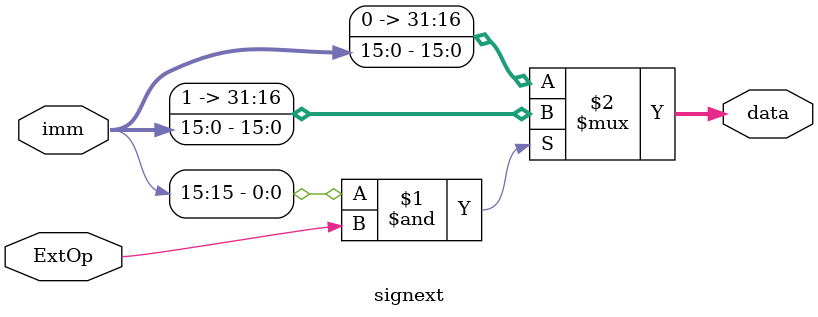
<source format=v>
`timescale 1ns / 1ps
module signext(
input [15:0] imm, // ÊäÈë16Î»
input ExtOp,
output [31:0] data // Êä³ö32Î»
);
    assign data= imm[15:15]&ExtOp?{16'hffff,imm}:{16'h0000,imm}; 
endmodule
</source>
